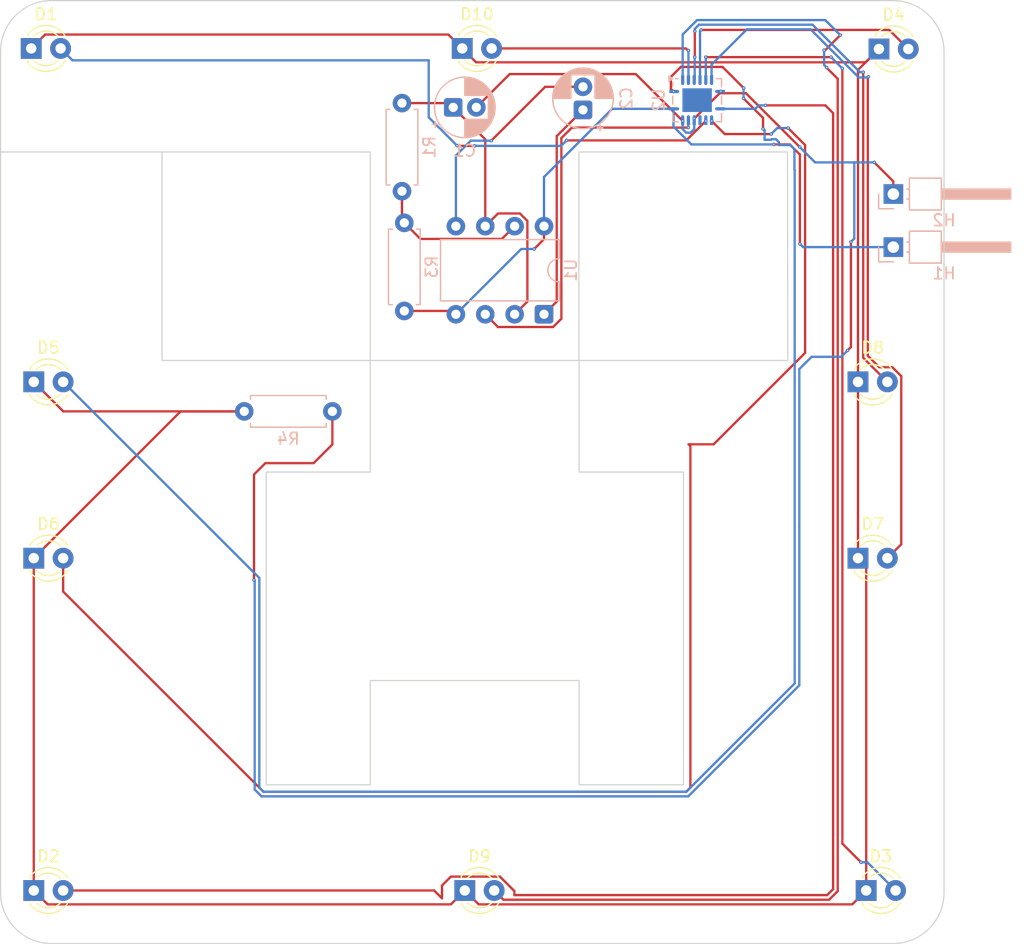
<source format=kicad_pcb>
(kicad_pcb (version 20241229) (generator "pcbnew") (generator_version "9.0")
  (layers (0 "F.Cu" signal) (2 "B.Cu" signal) (13 "F.Paste" user) (15 "B.Paste" user) (5 "F.SilkS" user "F.Silkscreen") (7 "B.SilkS" user "B.Silkscreen") (1 "F.Mask" user) (3 "B.Mask" user) (25 "Edge.Cuts" user))
  (net 0 "")
  (net 1 "/TR")
  (net 2 "GND")
  (net 3 "Net-(U1-GND)")
  (net 4 "Net-(U1-CV)")
  (net 5 "Net-(D1-K)")
  (net 6 "Net-(D1-A)")
  (net 7 "Net-(D2-A)")
  (net 8 "Net-(D3-A)")
  (net 9 "Net-(D4-A)")
  (net 10 "Net-(D5-A)")
  (net 11 "Net-(D6-A)")
  (net 12 "Net-(D7-A)")
  (net 13 "Net-(D8-A)")
  (net 14 "Net-(D9-A)")
  (net 15 "Net-(D10-A)")
  (net 16 "+5V")
  (net 17 "Net-(U1-DIS)")
  (net 18 "/OUT")
  (footprint "LED_THT:LED_D3.0mm" (layer "F.Cu") (at 184.53 28.9)
    (property "Reference" "D10" (at 1.27 -2.96 0) (layer "F.SilkS"))
    (property "Value" "LED")
    (pad "1" thru_hole rect (at 0 0) (size 1.8 1.8) (drill 0.9) (layers "*.Cu" "*.Mask") (net 5 "Net-(D1-K)"))
    (pad "2" thru_hole circle (at 2.54 0) (size 1.8 1.8) (drill 0.9) (layers "*.Cu" "*.Mask") (net 15 "Net-(D10-A)"))
  )
  (footprint "LED_THT:LED_D3.0mm" (layer "F.Cu") (at 219.46 101.75)
    (property "Reference" "D3" (at 1.27 -2.96 0) (layer "F.SilkS"))
    (property "Value" "LED")
    (pad "1" thru_hole rect (at 0 0) (size 1.8 1.8) (drill 0.9) (layers "*.Cu" "*.Mask") (net 5 "Net-(D1-K)"))
    (pad "2" thru_hole circle (at 2.54 0) (size 1.8 1.8) (drill 0.9) (layers "*.Cu" "*.Mask") (net 8 "Net-(D3-A)"))
  )
  (footprint "LED_THT:LED_D3.0mm" (layer "F.Cu") (at 147.48 73)
    (property "Reference" "D6" (at 1.27 -2.96 0) (layer "F.SilkS"))
    (property "Value" "LED")
    (pad "1" thru_hole rect (at 0 0) (size 1.8 1.8) (drill 0.9) (layers "*.Cu" "*.Mask") (net 5 "Net-(D1-K)"))
    (pad "2" thru_hole circle (at 2.54 0) (size 1.8 1.8) (drill 0.9) (layers "*.Cu" "*.Mask") (net 11 "Net-(D6-A)"))
  )
  (footprint "LED_THT:LED_D3.0mm" (layer "F.Cu") (at 147.48 101.75)
    (property "Reference" "D2" (at 1.27 -2.96 0) (layer "F.SilkS"))
    (property "Value" "LED")
    (pad "1" thru_hole rect (at 0 0) (size 1.8 1.8) (drill 0.9) (layers "*.Cu" "*.Mask") (net 5 "Net-(D1-K)"))
    (pad "2" thru_hole circle (at 2.54 0) (size 1.8 1.8) (drill 0.9) (layers "*.Cu" "*.Mask") (net 7 "Net-(D2-A)"))
  )
  (footprint "LED_THT:LED_D3.0mm" (layer "F.Cu") (at 147.26 28.9)
    (property "Reference" "D1" (at 1.27 -2.96 0) (layer "F.SilkS"))
    (property "Value" "LED")
    (pad "1" thru_hole rect (at 0 0) (size 1.8 1.8) (drill 0.9) (layers "*.Cu" "*.Mask") (net 5 "Net-(D1-K)"))
    (pad "2" thru_hole circle (at 2.54 0) (size 1.8 1.8) (drill 0.9) (layers "*.Cu" "*.Mask") (net 6 "Net-(D1-A)"))
  )
  (footprint "LED_THT:LED_D3.0mm" (layer "F.Cu") (at 220.56 28.95)
    (property "Reference" "D4" (at 1.27 -2.96 0) (layer "F.SilkS"))
    (property "Value" "LED")
    (pad "1" thru_hole rect (at 0 0) (size 1.8 1.8) (drill 0.9) (layers "*.Cu" "*.Mask") (net 5 "Net-(D1-K)"))
    (pad "2" thru_hole circle (at 2.54 0) (size 1.8 1.8) (drill 0.9) (layers "*.Cu" "*.Mask") (net 9 "Net-(D4-A)"))
  )
  (footprint "LED_THT:LED_D3.0mm" (layer "F.Cu") (at 218.75 57.75)
    (property "Reference" "D8" (at 1.27 -2.96 0) (layer "F.SilkS"))
    (property "Value" "LED")
    (pad "1" thru_hole rect (at 0 0) (size 1.8 1.8) (drill 0.9) (layers "*.Cu" "*.Mask") (net 5 "Net-(D1-K)"))
    (pad "2" thru_hole circle (at 2.54 0) (size 1.8 1.8) (drill 0.9) (layers "*.Cu" "*.Mask") (net 13 "Net-(D8-A)"))
  )
  (footprint "LED_THT:LED_D3.0mm" (layer "F.Cu") (at 147.48 57.75)
    (property "Reference" "D5" (at 1.27 -2.96 0) (layer "F.SilkS"))
    (property "Value" "LED")
    (pad "1" thru_hole rect (at 0 0) (size 1.8 1.8) (drill 0.9) (layers "*.Cu" "*.Mask") (net 5 "Net-(D1-K)"))
    (pad "2" thru_hole circle (at 2.54 0) (size 1.8 1.8) (drill 0.9) (layers "*.Cu" "*.Mask") (net 10 "Net-(D5-A)"))
  )
  (footprint "LED_THT:LED_D3.0mm" (layer "F.Cu") (at 184.75 101.75)
    (property "Reference" "D9" (at 1.27 -2.96 0) (layer "F.SilkS"))
    (property "Value" "LED")
    (pad "1" thru_hole rect (at 0 0) (size 1.8 1.8) (drill 0.9) (layers "*.Cu" "*.Mask") (net 5 "Net-(D1-K)"))
    (pad "2" thru_hole circle (at 2.54 0) (size 1.8 1.8) (drill 0.9) (layers "*.Cu" "*.Mask") (net 14 "Net-(D9-A)"))
  )
  (footprint "LED_THT:LED_D3.0mm" (layer "F.Cu") (at 218.75 73)
    (property "Reference" "D7" (at 1.27 -2.96 0) (layer "F.SilkS"))
    (property "Value" "LED")
    (pad "1" thru_hole rect (at 0 0) (size 1.8 1.8) (drill 0.9) (layers "*.Cu" "*.Mask") (net 5 "Net-(D1-K)"))
    (pad "2" thru_hole circle (at 2.54 0) (size 1.8 1.8) (drill 0.9) (layers "*.Cu" "*.Mask") (net 12 "Net-(D7-A)"))
  )
  (footprint "Resistor_THT:R_Axial_DIN0207_L6.3mm_D2.5mm_P7.62mm_Horizontal" (layer "B.Cu") (at 179.52 51.61 90)
    (property "Reference" "R3" (at 3.81 2.37 90) (layer "B.SilkS") (effects (justify mirror)))
    (property "Value" "1kOhm")
    (pad "1" thru_hole circle (at 0 0 90) (size 1.6 1.6) (drill 0.8) (layers "*.Cu" "*.Mask") (net 16 "+5V"))
    (pad "2" thru_hole circle (at 7.62 0 90) (size 1.6 1.6) (drill 0.8) (layers "*.Cu" "*.Mask") (net 17 "Net-(U1-DIS)"))
  )
  (footprint "Connector_PinHeader_2.54mm:PinHeader_1x01_P2.54mm_Horizontal" (layer "B.Cu") (at 221.804927 41.5)
    (property "Reference" "H2" (at 4.385 2.27 0) (layer "B.SilkS") (effects (justify mirror)))
    (property "Value" "MountingHole_Pad")
    (pad "1" thru_hole rect (at 0 0) (size 1.7 1.7) (drill 1) (layers "*.Cu" "*.Mask") (net 2 "GND"))
  )
  (footprint "Resistor_THT:R_Axial_DIN0207_L6.3mm_D2.5mm_P7.62mm_Horizontal" (layer "B.Cu") (at 179.32 41.25 90)
    (property "Reference" "R1" (at 3.81 2.37 90) (layer "B.SilkS") (effects (justify mirror)))
    (property "Value" "50kOhm")
    (pad "1" thru_hole circle (at 0 0 90) (size 1.6 1.6) (drill 0.8) (layers "*.Cu" "*.Mask") (net 17 "Net-(U1-DIS)"))
    (pad "2" thru_hole circle (at 7.62 0 90) (size 1.6 1.6) (drill 0.8) (layers "*.Cu" "*.Mask") (net 1 "/TR"))
  )
  (footprint "Capacitor_THT:CP_Radial_D5.0mm_P2.00mm" (layer "B.Cu") (at 183.75 34)
    (property "Reference" "C1" (at 1 3.75 0) (layer "B.SilkS") (effects (justify mirror)))
    (property "Value" "1 uF")
    (pad "1" thru_hole roundrect (at 0 0) (size 1.6 1.6) (drill 0.8) (layers "*.Cu" "*.Mask") (roundrect_rratio 0.15625) (net 1 "/TR"))
    (pad "2" thru_hole circle (at 2 0) (size 1.6 1.6) (drill 0.8) (layers "*.Cu" "*.Mask") (net 2 "GND"))
  )
  (footprint "Package_DIP:DIP-8_W7.62mm" (layer "B.Cu") (at 191.6 51.9 90)
    (property "Reference" "U1" (at 3.81 2.33 90) (layer "B.SilkS") (effects (justify mirror)))
    (property "Value" "NE555P")
    (pad "1" thru_hole roundrect (at 0 0 90) (size 1.6 1.6) (drill 0.8) (layers "*.Cu" "*.Mask") (roundrect_rratio 0.15625) (net 3 "Net-(U1-GND)"))
    (pad "2" thru_hole circle (at 0 -2.54 90) (size 1.6 1.6) (drill 0.8) (layers "*.Cu" "*.Mask") (net 1 "/TR"))
    (pad "3" thru_hole circle (at 0 -5.08 90) (size 1.6 1.6) (drill 0.8) (layers "*.Cu" "*.Mask") (net 18 "/OUT"))
    (pad "4" thru_hole circle (at 0 -7.62 90) (size 1.6 1.6) (drill 0.8) (layers "*.Cu" "*.Mask") (net 16 "+5V"))
    (pad "5" thru_hole circle (at 7.62 -7.62 90) (size 1.6 1.6) (drill 0.8) (layers "*.Cu" "*.Mask") (net 4 "Net-(U1-CV)"))
    (pad "6" thru_hole circle (at 7.62 -5.08 90) (size 1.6 1.6) (drill 0.8) (layers "*.Cu" "*.Mask") (net 1 "/TR"))
    (pad "7" thru_hole circle (at 7.62 -2.54 90) (size 1.6 1.6) (drill 0.8) (layers "*.Cu" "*.Mask") (net 17 "Net-(U1-DIS)"))
    (pad "8" thru_hole circle (at 7.62 0 90) (size 1.6 1.6) (drill 0.8) (layers "*.Cu" "*.Mask") (net 16 "+5V"))
  )
  (footprint "Resistor_THT:R_Axial_DIN0207_L6.3mm_D2.5mm_P7.62mm_Horizontal" (layer "B.Cu") (at 165.68 60.3)
    (property "Reference" "R4" (at 3.81 2.37 0) (layer "B.SilkS") (effects (justify mirror)))
    (property "Value" "470")
    (pad "1" thru_hole circle (at 0 0) (size 1.6 1.6) (drill 0.8) (layers "*.Cu" "*.Mask") (net 5 "Net-(D1-K)"))
    (pad "2" thru_hole circle (at 7.62 0) (size 1.6 1.6) (drill 0.8) (layers "*.Cu" "*.Mask") (net 2 "GND"))
  )
  (footprint "Package_DFN_QFN:Texas_RGY_R-PVQFN-N16_EP2.05x2.55mm" (layer "B.Cu") (at 204.84 33.375 -90)
    (property "Reference" "U2" (at 0 3.33 90) (layer "B.SilkS") (effects (justify mirror)))
    (property "Value" "4017")
    (pad "1" smd custom (at -0.75 2.045 270) (size 0.28 0.71) (layers "B.Cu" "B.Mask" "B.Paste") (net 10 "Net-(D5-A)") (options (clearance outline) (anchor rect)) (primitives (gr_circle (center 0 -0.355) (end 0.14 -0.355) (width 0) (fill yes))))
    (pad "2" smd custom (at -1.795 1.25 270) (size 0.71 0.28) (layers "B.Cu" "B.Mask" "B.Paste") (net 14 "Net-(D9-A)") (options (clearance outline) (anchor rect)) (primitives (gr_circle (center 0.355 0) (end 0.495 0) (width 0) (fill yes))))
    (pad "3" smd custom (at -1.795 0.75 270) (size 0.71 0.28) (layers "B.Cu" "B.Mask" "B.Paste") (net 15 "Net-(D10-A)") (options (clearance outline) (anchor rect)) (primitives (gr_circle (center 0.355 0) (end 0.495 0) (width 0) (fill yes))))
    (pad "4" smd custom (at -1.795 0.25 270) (size 0.71 0.28) (layers "B.Cu" "B.Mask" "B.Paste") (net 13 "Net-(D8-A)") (options (clearance outline) (anchor rect)) (primitives (gr_circle (center 0.355 0) (end 0.495 0) (width 0) (fill yes))))
    (pad "5" smd custom (at -1.795 -0.25 270) (size 0.71 0.28) (layers "B.Cu" "B.Mask" "B.Paste") (net 9 "Net-(D4-A)") (options (clearance outline) (anchor rect)) (primitives (gr_circle (center 0.355 0) (end 0.495 0) (width 0) (fill yes))))
    (pad "6" smd custom (at -1.795 -0.75 270) (size 0.71 0.28) (layers "B.Cu" "B.Mask" "B.Paste") (net 8 "Net-(D3-A)") (options (clearance outline) (anchor rect)) (primitives (gr_circle (center 0.355 0) (end 0.495 0) (width 0) (fill yes))))
    (pad "7" smd custom (at -1.795 -1.25 270) (size 0.71 0.28) (layers "B.Cu" "B.Mask" "B.Paste") (net 12 "Net-(D7-A)") (options (clearance outline) (anchor rect)) (primitives (gr_circle (center 0.355 0) (end 0.495 0) (width 0) (fill yes))))
    (pad "8" smd custom (at -0.75 -2.045 270) (size 0.28 0.71) (layers "B.Cu" "B.Mask" "B.Paste") (net 2 "GND") (options (clearance outline) (anchor rect)) (primitives (gr_circle (center 0 0.355) (end 0.14 0.355) (width 0) (fill yes))))
    (pad "9" smd custom (at 0.75 -2.045 270) (size 0.28 0.71) (layers "B.Cu" "B.Mask" "B.Paste") (net 7 "Net-(D2-A)") (options (clearance outline) (anchor rect)) (primitives (gr_circle (center 0 0.355) (end 0.14 0.355) (width 0) (fill yes))))
    (pad "10" smd custom (at 1.795 -1.25 270) (size 0.71 0.28) (layers "B.Cu" "B.Mask" "B.Paste") (net 11 "Net-(D6-A)") (options (clearance outline) (anchor rect)) (primitives (gr_circle (center -0.355 0) (end -0.215 0) (width 0) (fill yes))))
    (pad "11" smd custom (at 1.795 -0.75 270) (size 0.71 0.28) (layers "B.Cu" "B.Mask" "B.Paste") (net 6 "Net-(D1-A)") (options (clearance outline) (anchor rect)) (primitives (gr_circle (center -0.355 0) (end -0.215 0) (width 0) (fill yes))))
    (pad "12" smd custom (at 1.795 -0.25 270) (size 0.71 0.28) (layers "B.Cu" "B.Mask" "B.Paste") (options (clearance outline) (anchor rect)) (primitives (gr_circle (center -0.355 0) (end -0.215 0) (width 0) (fill yes))))
    (pad "13" smd custom (at 1.795 0.25 270) (size 0.71 0.28) (layers "B.Cu" "B.Mask" "B.Paste") (net 2 "GND") (options (clearance outline) (anchor rect)) (primitives (gr_circle (center -0.355 0) (end -0.215 0) (width 0) (fill yes))))
    (pad "14" smd custom (at 1.795 0.75 270) (size 0.71 0.28) (layers "B.Cu" "B.Mask" "B.Paste") (net 18 "/OUT") (options (clearance outline) (anchor rect)) (primitives (gr_circle (center -0.355 0) (end -0.215 0) (width 0) (fill yes))))
    (pad "15" smd custom (at 1.795 1.25 270) (size 0.71 0.28) (layers "B.Cu" "B.Mask" "B.Paste") (net 2 "GND") (options (clearance outline) (anchor rect)) (primitives (gr_circle (center -0.355 0) (end -0.215 0) (width 0) (fill yes))))
    (pad "16" smd custom (at 0.75 2.045 270) (size 0.28 0.71) (layers "B.Cu" "B.Mask" "B.Paste") (net 16 "+5V") (options (clearance outline) (anchor rect)) (primitives (gr_circle (center 0 -0.355) (end 0.14 -0.355) (width 0) (fill yes))))
    (pad "17" smd rect (at 0 0 270) (size 2.05 2.55) (layers "B.Cu" "B.Mask"))
  )
  (footprint "Capacitor_THT:CP_Radial_D5.0mm_P2.00mm" (layer "B.Cu") (at 194.97 34.22 90)
    (property "Reference" "C2" (at 1 3.75 90) (layer "B.SilkS") (effects (justify mirror)))
    (property "Value" "0.01uF")
    (pad "1" thru_hole roundrect (at 0 0 90) (size 1.6 1.6) (drill 0.8) (layers "*.Cu" "*.Mask") (roundrect_rratio 0.15625) (net 3 "Net-(U1-GND)"))
    (pad "2" thru_hole circle (at 2 0 90) (size 1.6 1.6) (drill 0.8) (layers "*.Cu" "*.Mask") (net 4 "Net-(U1-CV)"))
  )
  (footprint "Connector_PinHeader_2.54mm:PinHeader_1x01_P2.54mm_Horizontal" (layer "B.Cu") (at 221.804927 46.09)
    (property "Reference" "H1" (at 4.385 2.27 0) (layer "B.SilkS") (effects (justify mirror)))
    (property "Value" "MountingHole_Pad")
    (pad "1" thru_hole rect (at 0 0) (size 1.7 1.7) (drill 1) (layers "*.Cu" "*.Mask") (net 16 "+5V"))
  )
  (gr_poly (pts (xy 221.998871 24.765492) (xy 222.216053 24.781651) (xy 222.431389 24.808399) (xy 222.644519 24.845587) (xy 222.855079 24.893065) (xy 223.06271 24.950684) (xy 223.26705 25.018293) (xy 223.467737 25.095743) (xy 223.664409 25.182884) (xy 223.856706 25.279566) (xy 224.044266 25.385641) (xy 224.226727 25.500957) (xy 224.403727 25.625366) (xy 224.574906 25.758718) (xy 224.739903 25.900862) (xy 224.898354 26.05165) (xy 225.049141 26.210102) (xy 225.191285 26.375099) (xy 225.324636 26.546278) (xy 225.449045 26.723279) (xy 225.564361 26.90574) (xy 225.670435 27.093299) (xy 225.767117 27.285595) (xy 225.854258 27.482267) (xy 225.931708 27.682954) (xy 225.999317 27.887293) (xy 226.056935 28.094923) (xy 226.104413 28.305483) (xy 226.141601 28.518612) (xy 226.168349 28.733948) (xy 226.184507 28.951129) (xy 226.189927 29.169795) (xy 226.189927 101.930205) (xy 226.184507 102.148871) (xy 226.168349 102.366053) (xy 226.141601 102.581389) (xy 226.104413 102.794519) (xy 226.056935 103.005079) (xy 225.999317 103.21271) (xy 225.931708 103.41705) (xy 225.854258 103.617737) (xy 225.767117 103.814409) (xy 225.670435 104.006706) (xy 225.564361 104.194266) (xy 225.449045 104.376727) (xy 225.324636 104.553727) (xy 225.191285 104.724906) (xy 225.049141 104.889903) (xy 224.898354 105.048354) (xy 224.739903 105.199141) (xy 224.574906 105.341285) (xy 224.403727 105.474636) (xy 224.226727 105.599045) (xy 224.044266 105.714361) (xy 223.856706 105.820435) (xy 223.664409 105.917117) (xy 223.467737 106.004258) (xy 223.26705 106.081708) (xy 223.06271 106.149317) (xy 222.855079 106.206935) (xy 222.644519 106.254413) (xy 222.431389 106.291601) (xy 222.216053 106.318349) (xy 221.998871 106.334507) (xy 221.780205 106.339927) (xy 149.019795 106.339927) (xy 148.801129 106.334507) (xy 148.583948 106.318349) (xy 148.368612 106.291601) (xy 148.155483 106.254413) (xy 147.944923 106.206935) (xy 147.737293 106.149317) (xy 147.532954 106.081708) (xy 147.332267 106.004258) (xy 147.135595 105.917117) (xy 146.943299 105.820435) (xy 146.75574 105.714361) (xy 146.573279 105.599045) (xy 146.396278 105.474636) (xy 146.225099 105.341285) (xy 146.060102 105.199141) (xy 145.90165 105.048354) (xy 145.750862 104.889903) (xy 145.608718 104.724906) (xy 145.475366 104.553727) (xy 145.350957 104.376727) (xy 145.235641 104.194266) (xy 145.129566 104.006706) (xy 145.032884 103.814409) (xy 144.945743 103.617737) (xy 144.868293 103.41705) (xy 144.800684 103.21271) (xy 144.743065 103.005079) (xy 144.695587 102.794519) (xy 144.658399 102.581389) (xy 144.631651 102.366053) (xy 144.615492 102.148871) (xy 144.610073 101.930205) (xy 144.610073 55.892711) (xy 158.566842 55.892711) (xy 176.580556 55.892711) (xy 176.580556 65.550002) (xy 167.584725 65.550002) (xy 167.584725 92.603644) (xy 176.580556 92.603644) (xy 176.580556 83.585761) (xy 194.638367 83.585761) (xy 194.638367 92.603644) (xy 203.656243 92.603644) (xy 203.656243 65.550002) (xy 194.638367 65.550002) (xy 194.638367 55.892711) (xy 212.674126 55.892711) (xy 212.652085 37.856946) (xy 194.616318 37.856946) (xy 194.616318 55.892707) (xy 176.580556 55.892707) (xy 176.580556 37.856946) (xy 158.566842 37.856946) (xy 158.566842 55.892711) (xy 144.610073 55.892711) (xy 144.610073 29.169795) (xy 144.615492 28.951129) (xy 144.631651 28.733948) (xy 144.658399 28.518612) (xy 144.695587 28.305483) (xy 144.743065 28.094923) (xy 144.800684 27.887293) (xy 144.868293 27.682954) (xy 144.945743 27.482267) (xy 145.032884 27.285595) (xy 145.129566 27.093299) (xy 145.235641 26.90574) (xy 145.350957 26.723279) (xy 145.475366 26.546278) (xy 145.608718 26.375099) (xy 145.750862 26.210102) (xy 145.90165 26.05165) (xy 146.060102 25.900862) (xy 146.225099 25.758718) (xy 146.396278 25.625366) (xy 146.573279 25.500957) (xy 146.75574 25.385641) (xy 146.943299 25.279566) (xy 147.135595 25.182884) (xy 147.332267 25.095743) (xy 147.532954 25.018293) (xy 147.737293 24.950684) (xy 147.944923 24.893065) (xy 148.155483 24.845587) (xy 148.368612 24.808399) (xy 148.583948 24.781651) (xy 148.801129 24.765492) (xy 149.019795 24.760073) (xy 221.780205 24.760073)) (fill no) (layer "Edge.Cuts"))
  (segment (start 189.06 51.9) (end 190.161 50.799) (width 0.2) (layer "F.Cu") (net 1))
  (segment (start 179.32 33.63) (end 183.38 33.63) (width 0.2) (layer "F.Cu") (net 1))
  (segment (start 189.51605 43.179) (end 187.621 43.179) (width 0.2) (layer "F.Cu") (net 1))
  (segment (start 187.621 43.179) (end 186.52 44.28) (width 0.2) (layer "F.Cu") (net 1))
  (segment (start 190.161 43.82395) (end 189.51605 43.179) (width 0.2) (layer "F.Cu") (net 1))
  (segment (start 183.38 33.63) (end 183.75 34) (width 0.2) (layer "F.Cu") (net 1))
  (segment (start 186.52 44.28) (end 186.52 36.77) (width 0.2) (layer "F.Cu") (net 1))
  (segment (start 190.161 50.799) (end 190.161 43.82395) (width 0.2) (layer "F.Cu") (net 1))
  (segment (start 186.52 36.77) (end 183.75 34) (width 0.2) (layer "F.Cu") (net 1))
  (segment (start 199.539 31.119) (end 203.59 35.17) (width 0.2) (layer "F.Cu") (net 2))
  (segment (start 166.523576 74.889974) (end 166.523576 65.761209) (width 0.2) (layer "F.Cu") (net 2))
  (segment (start 221.804927 41.5) (end 221.804927 40.404927) (width 0.2) (layer "F.Cu") (net 2))
  (segment (start 221.804927 40.404927) (end 220.16 38.76) (width 0.2) (layer "F.Cu") (net 2))
  (segment (start 185.75 34) (end 188.631 31.119) (width 0.2) (layer "F.Cu") (net 2))
  (segment (start 167.504785 64.78) (end 171.68 64.78) (width 0.2) (layer "F.Cu") (net 2))
  (segment (start 209.05659 32.775) (end 206.785 32.775) (width 0.2) (layer "F.Cu") (net 2))
  (segment (start 204.608023 34.948023) (end 204.596977 34.948023) (width 0.2) (layer "F.Cu") (net 2))
  (segment (start 204.596977 34.948023) (end 204.595 34.95) (width 0.2) (layer "F.Cu") (net 2))
  (segment (start 206.89 32.67) (end 206.785 32.775) (width 0.2) (layer "F.Cu") (net 2))
  (segment (start 166.523576 65.761209) (end 167.504785 64.78) (width 0.2) (layer "F.Cu") (net 2))
  (segment (start 204.61 34.95) (end 204.608023 34.948023) (width 0.2) (layer "F.Cu") (net 2))
  (segment (start 218.14 54.738251) (end 217.848251 55.03) (width 0.2) (layer "F.Cu") (net 2))
  (segment (start 213.710795 37.429205) (end 209.05659 32.775) (width 0.2) (layer "F.Cu") (net 2))
  (segment (start 218.14 45.64) (end 218.14 54.738251) (width 0.2) (layer "F.Cu") (net 2))
  (segment (start 206.785 32.775) (end 204.61 34.95) (width 0.2) (layer "F.Cu") (net 2))
  (segment (start 173.3 63.16) (end 173.3 60.3) (width 0.2) (layer "F.Cu") (net 2))
  (segment (start 206.89 32.61) (end 206.89 32.67) (width 0.2) (layer "F.Cu") (net 2))
  (segment (start 171.68 64.78) (end 173.3 63.16) (width 0.2) (layer "F.Cu") (net 2))
  (segment (start 188.631 31.119) (end 199.539 31.119) (width 0.2) (layer "F.Cu") (net 2))
  (via micro (at 203.59 35.17) (size 0.3) (drill 0.1) (layers "F.Cu" "B.Cu") (net 2))
  (via micro (at 218.14 45.64) (size 0.3) (drill 0.1) (layers "F.Cu" "B.Cu") (net 2))
  (via micro (at 166.523576 74.889974) (size 0.3) (drill 0.1) (layers "F.Cu" "B.Cu") (net 2))
  (via micro (at 213.710795 37.429205) (size 0.3) (drill 0.1) (layers "F.Cu" "B.Cu") (net 2))
  (via micro (at 204.595 34.95) (size 0.3) (drill 0.1) (layers "F.Cu" "B.Cu") (net 2))
  (via micro (at 220.16 38.76) (size 0.3) (drill 0.1) (layers "F.Cu" "B.Cu") (net 2))
  (via micro (at 206.89 32.61) (size 0.3) (drill 0.1) (layers "F.Cu" "B.Cu") (net 2))
  (via micro (at 217.848251 55.03) (size 0.3) (drill 0.1) (layers "F.Cu" "B.Cu") (net 2))
  (segment (start 204.071285 93.605644) (end 167.169683 93.605644) (width 0.2) (layer "B.Cu") (net 2))
  (segment (start 215.04159 38.76) (end 213.710795 37.429205) (width 0.2) (layer "B.Cu") (net 2))
  (segment (start 203.59 35.887811) (end 203.893189 36.191) (width 0.2) (layer "B.Cu") (net 2))
  (segment (start 203.59 35.17) (end 203.59 35.887811) (width 0.2) (layer "B.Cu") (net 2))
  (segment (start 217.848251 55.03) (end 217.298251 55.58) (width 0.2) (layer "B.Cu") (net 2))
  (segment (start 204.59 35.867811) (end 204.59 35.17) (width 0.2) (layer "B.Cu") (net 2))
  (segment (start 166.582725 93.018686) (end 166.582725 74.949123) (width 0.2) (layer "B.Cu") (net 2))
  (segment (start 167.169683 93.605644) (end 166.582725 93.018686) (width 0.2) (layer "B.Cu") (net 2))
  (segment (start 206.885 32.625) (end 206.885 32.615) (width 0.2) (layer "B.Cu") (net 2))
  (segment (start 218.43 38.76) (end 215.04159 38.76) (width 0.2) (layer "B.Cu") (net 2))
  (segment (start 213.675822 56.644178) (end 213.675822 70.31) (width 0.2) (layer "B.Cu") (net 2))
  (segment (start 213.675822 70.31) (end 213.675822 84.001107) (width 0.2) (layer "B.Cu") (net 2))
  (segment (start 214.74 55.58) (end 213.675822 56.644178) (width 0.2) (layer "B.Cu") (net 2))
  (segment (start 206.885 32.615) (end 206.89 32.61) (width 0.2) (layer "B.Cu") (net 2))
  (segment (start 220.16 38.76) (end 218.43 38.76) (width 0.2) (layer "B.Cu") (net 2))
  (segment (start 204.266811 36.191) (end 204.59 35.867811) (width 0.2) (layer "B.Cu") (net 2))
  (segment (start 166.582725 74.949123) (end 166.523576 74.889974) (width 0.2) (layer "B.Cu") (net 2))
  (segment (start 217.298251 55.58) (end 214.74 55.58) (width 0.2) (layer "B.Cu") (net 2))
  (segment (start 213.675822 84.001107) (end 204.071285 93.605644) (width 0.2) (layer "B.Cu") (net 2))
  (segment (start 203.893189 36.191) (end 204.266811 36.191) (width 0.2) (layer "B.Cu") (net 2))
  (segment (start 218.43 45.35) (end 218.14 45.64) (width 0.2) (layer "B.Cu") (net 2))
  (segment (start 218.43 38.76) (end 218.43 45.35) (width 0.2) (layer "B.Cu") (net 2))
  (segment (start 194.97 34.22) (end 192.701 36.489) (width 0.2) (layer "F.Cu") (net 3))
  (segment (start 192.701 50.799) (end 191.6 51.9) (width 0.2) (layer "F.Cu") (net 3))
  (segment (start 192.701 36.489) (end 192.701 50.799) (width 0.2) (layer "F.Cu") (net 3))
  (segment (start 191.7 32.22) (end 187.04 36.88) (width 0.2) (layer "F.Cu") (net 4))
  (segment (start 194.97 32.22) (end 191.7 32.22) (width 0.2) (layer "F.Cu") (net 4))
  (via micro (at 187.04 36.88) (size 0.3) (drill 0.1) (layers "F.Cu" "B.Cu") (net 4))
  (segment (start 183.98 38.17) (end 183.98 44.28) (width 0.2) (layer "B.Cu") (net 4))
  (segment (start 185.27 36.88) (end 183.98 38.17) (width 0.2) (layer "B.Cu") (net 4))
  (segment (start 187.04 36.88) (end 185.27 36.88) (width 0.2) (layer "B.Cu") (net 4))
  (segment (start 218.75 57.75) (end 218.75 30.76) (width 0.2) (layer "F.Cu") (net 5))
  (segment (start 218.75 30.76) (end 220.56 28.95) (width 0.2) (layer "F.Cu") (net 5))
  (segment (start 184.53 28.9) (end 183.329 27.699) (width 0.2) (layer "F.Cu") (net 5))
  (segment (start 185.951 102.951) (end 218.259 102.951) (width 0.2) (layer "F.Cu") (net 5))
  (segment (start 148.461 27.699) (end 147.26 28.9) (width 0.2) (layer "F.Cu") (net 5))
  (segment (start 148.681 102.951) (end 147.48 101.75) (width 0.2) (layer "F.Cu") (net 5))
  (segment (start 184.75 101.75) (end 185.951 102.951) (width 0.2) (layer "F.Cu") (net 5))
  (segment (start 185.731 30.101) (end 184.53 28.9) (width 0.2) (layer "F.Cu") (net 5))
  (segment (start 219.409 30.101) (end 185.731 30.101) (width 0.2) (layer "F.Cu") (net 5))
  (segment (start 218.75 73) (end 218.75 57.75) (width 0.2) (layer "F.Cu") (net 5))
  (segment (start 147.48 73) (end 160.18 60.3) (width 0.2) (layer "F.Cu") (net 5))
  (segment (start 150.03 60.3) (end 165.68 60.3) (width 0.2) (layer "F.Cu") (net 5))
  (segment (start 183.549 102.951) (end 148.681 102.951) (width 0.2) (layer "F.Cu") (net 5))
  (segment (start 218.259 102.951) (end 219.46 101.75) (width 0.2) (layer "F.Cu") (net 5))
  (segment (start 147.48 101.75) (end 147.48 73) (width 0.2) (layer "F.Cu") (net 5))
  (segment (start 147.48 57.75) (end 150.03 60.3) (width 0.2) (layer "F.Cu") (net 5))
  (segment (start 184.75 101.75) (end 183.549 102.951) (width 0.2) (layer "F.Cu") (net 5))
  (segment (start 219.46 73.71) (end 218.75 73) (width 0.2) (layer "F.Cu") (net 5))
  (segment (start 183.329 27.699) (end 148.461 27.699) (width 0.2) (layer "F.Cu") (net 5))
  (segment (start 220.56 28.95) (end 219.409 30.101) (width 0.2) (layer "F.Cu") (net 5))
  (segment (start 160.18 60.3) (end 165.68 60.3) (width 0.2) (layer "F.Cu") (net 5))
  (segment (start 219.46 101.75) (end 219.46 73.71) (width 0.2) (layer "F.Cu") (net 5))
  (segment (start 184.1 37.33) (end 184.08 37.31) (width 0.2) (layer "F.Cu") (net 6))
  (segment (start 205.59 35.17) (end 203.902813 36.857187) (width 0.2) (layer "F.Cu") (net 6))
  (segment (start 203.902813 36.857187) (end 193.552 36.857187) (width 0.2) (layer "F.Cu") (net 6))
  (segment (start 185.594144 37.33) (end 184.1 37.33) (width 0.2) (layer "F.Cu") (net 6))
  (via micro (at 185.594144 37.33) (size 0.3) (drill 0.1) (layers "F.Cu" "B.Cu") (net 6))
  (via micro (at 184.08 37.31) (size 0.3) (drill 0.1) (layers "F.Cu" "B.Cu") (net 6))
  (via micro (at 205.59 35.17) (size 0.3) (drill 0.1) (layers "F.Cu" "B.Cu") (net 6))
  (via micro (at 193.552 36.857187) (size 0.3) (drill 0.1) (layers "F.Cu" "B.Cu") (net 6))
  (segment (start 193.079187 37.33) (end 185.594144 37.33) (width 0.2) (layer "B.Cu") (net 6))
  (segment (start 184.08 37.31) (end 181.63 34.86) (width 0.2) (layer "B.Cu") (net 6))
  (segment (start 181.63 29.93) (end 150.83 29.93) (width 0.2) (layer "B.Cu") (net 6))
  (segment (start 181.63 34.86) (end 181.63 29.93) (width 0.2) (layer "B.Cu") (net 6))
  (segment (start 193.552 36.857187) (end 193.079187 37.33) (width 0.2) (layer "B.Cu") (net 6))
  (segment (start 150.83 29.93) (end 149.8 28.9) (width 0.2) (layer "B.Cu") (net 6))
  (segment (start 216.596251 96.88) (end 216.596251 34.74) (width 0.2) (layer "F.Cu") (net 7))
  (segment (start 150.02 101.75) (end 182.1 101.75) (width 0.2) (layer "F.Cu") (net 7))
  (segment (start 216.596251 34.74) (end 216.596251 34.496251) (width 0.2) (layer "F.Cu") (net 7))
  (segment (start 182.78 102.43) (end 182.78 101.318) (width 0.2) (layer "F.Cu") (net 7))
  (segment (start 182.1 101.75) (end 182.78 102.43) (width 0.2) (layer "F.Cu") (net 7))
  (segment (start 189.04 101.801529) (end 189.04 102.149) (width 0.2) (layer "F.Cu") (net 7))
  (segment (start 182.78 101.318) (end 183.549 100.549) (width 0.2) (layer "F.Cu") (net 7))
  (segment (start 189.04 102.149) (end 216.0839 102.149) (width 0.2) (layer "F.Cu") (net 7))
  (segment (start 215.926006 33.826006) (end 210.743994 33.826006) (width 0.2) (layer "F.Cu") (net 7))
  (segment (start 215.97 33.87) (end 215.926006 33.826006) (width 0.2) (layer "F.Cu") (net 7))
  (segment (start 216.596251 34.496251) (end 215.97 33.87) (width 0.2) (layer "F.Cu") (net 7))
  (segment (start 187.787471 100.549) (end 189.04 101.801529) (width 0.2) (layer "F.Cu") (net 7))
  (segment (start 216.0839 102.149) (end 216.596251 101.636649) (width 0.2) (layer "F.Cu") (net 7))
  (segment (start 216.596251 101.636649) (end 216.596251 96.88) (width 0.2) (layer "F.Cu") (net 7))
  (segment (start 183.549 100.549) (end 187.787471 100.549) (width 0.2) (layer "F.Cu") (net 7))
  (via micro (at 210.743994 33.826006) (size 0.3) (drill 0.1) (layers "F.Cu" "B.Cu") (net 7))
  (segment (start 210.743994 33.826006) (end 210.163994 33.826006) (width 0.2) (layer "B.Cu") (net 7))
  (segment (start 209.865 34.125) (end 206.885 34.125) (width 0.2) (layer "B.Cu") (net 7))
  (segment (start 210.163994 33.826006) (end 209.865 34.125) (width 0.2) (layer "B.Cu") (net 7))
  (segment (start 217.398251 30.631749) (end 217.398251 97.698251) (width 0.2) (layer "F.Cu") (net 8))
  (segment (start 217.398251 97.698251) (end 219.01 99.31) (width 0.2) (layer "F.Cu") (net 8))
  (segment (start 205.59 29.651) (end 216.417505 29.651) (width 0.2) (layer "F.Cu") (net 8))
  (via micro (at 217.398251 30.631749) (size 0.3) (drill 0.1) (layers "F.Cu" "B.Cu") (net 8))
  (via micro (at 219.01 99.31) (size 0.3) (drill 0.1) (layers "F.Cu" "B.Cu") (net 8))
  (via micro (at 216.417505 29.651) (size 0.3) (drill 0.1) (layers "F.Cu" "B.Cu") (net 8))
  (via micro (at 205.59 29.651) (size 0.3) (drill 0.1) (layers "F.Cu" "B.Cu") (net 8))
  (segment (start 219.01 99.31) (end 219.56 99.31) (width 0.2) (layer "B.Cu") (net 8))
  (segment (start 219.56 99.31) (end 222 101.75) (width 0.2) (layer "B.Cu") (net 8))
  (segment (start 216.417505 29.651003) (end 217.398251 30.631749) (width 0.2) (layer "B.Cu") (net 8))
  (segment (start 216.417505 29.651) (end 216.417505 29.651003) (width 0.2) (layer "B.Cu") (net 8))
  (segment (start 205.59 31.58) (end 205.59 29.651) (width 0.2) (layer "B.Cu") (net 8))
  (segment (start 221.448 27.298) (end 205.19 27.298) (width 0.2) (layer "F.Cu") (net 9))
  (segment (start 223.1 28.95) (end 221.448 27.298) (width 0.2) (layer "F.Cu") (net 9))
  (via micro (at 205.19 27.298) (size 0.3) (drill 0.1) (layers "F.Cu" "B.Cu") (net 9))
  (segment (start 205.09 27.398) (end 205.09 31.58) (width 0.2) (layer "B.Cu") (net 9))
  (segment (start 205.19 27.298) (end 205.09 27.398) (width 0.2) (layer "B.Cu") (net 9))
  (segment (start 208.863223 32.325) (end 207.040223 30.502) (width 0.2) (layer "F.Cu") (net 10))
  (segment (start 210.54 34.909159) (end 208.855841 33.225) (width 0.2) (layer "F.Cu") (net 10))
  (segment (start 210.54 35.857546) (end 210.54 34.909159) (width 0.2) (layer "F.Cu") (net 10))
  (segment (start 203.43 30.502) (end 202.57 31.362) (width 0.2) (layer "F.Cu") (net 10))
  (segment (start 207.040223 30.502) (end 203.43 30.502) (width 0.2) (layer "F.Cu") (net 10))
  (segment (start 202.57 31.362) (end 202.57 32.4) (width 0.2) (layer "F.Cu") (net 10))
  (segment (start 202.57 32.4) (end 202.795 32.625) (width 0.2) (layer "F.Cu") (net 10))
  (via micro (at 208.855841 33.225) (size 0.3) (drill 0.1) (layers "F.Cu" "B.Cu") (net 10))
  (via micro (at 202.795 32.625) (size 0.3) (drill 0.1) (layers "F.Cu" "B.Cu") (net 10))
  (via micro (at 208.863223 32.325) (size 0.3) (drill 0.1) (layers "F.Cu" "B.Cu") (net 10))
  (via micro (at 210.54 35.857546) (size 0.3) (drill 0.1) (layers "F.Cu" "B.Cu") (net 10))
  (segment (start 203.905185 93.204644) (end 167.335783 93.204644) (width 0.2) (layer "B.Cu") (net 10))
  (segment (start 213.076537 37.431456) (end 213.252781 37.60727) (width 0.2) (layer "B.Cu") (net 10))
  (segment (start 212.901027 37.255946) (end 213.076537 37.431456) (width 0.2) (layer "B.Cu") (net 10))
  (segment (start 166.983725 92.852586) (end 166.983725 74.713725) (width 0.2) (layer "B.Cu") (net 10))
  (segment (start 213.274822 55.643465) (end 213.275126 55.643769) (width 0.2) (layer "B.Cu") (net 10))
  (segment (start 213.274822 56.141957) (end 213.274822 83.835007) (width 0.2) (layer "B.Cu") (net 10))
  (segment (start 213.275126 56.141653) (end 213.274822 56.141957) (width 0.2) (layer "B.Cu") (net 10))
  (segment (start 213.254953 39.384953) (end 213.274822 39.404822) (width 0.2) (layer "B.Cu") (net 10))
  (segment (start 210.675946 36.805946) (end 211.233189 36.805946) (width 0.2) (layer "B.Cu") (net 10))
  (segment (start 208.855841 32.332382) (end 208.863223 32.325) (width 0.2) (layer "B.Cu") (net 10))
  (segment (start 213.252781 37.60727) (end 213.252782 37.607701) (width 0.2) (layer "B.Cu") (net 10))
  (segment (start 210.675946 35.993492) (end 210.54 35.857546) (width 0.2) (layer "B.Cu") (net 10))
  (segment (start 213.253085 37.608004) (end 213.253085 37.856033) (width 0.2) (layer "B.Cu") (net 10))
  (segment (start 213.275126 56.141224) (end 213.275126 56.141653) (width 0.2) (layer "B.Cu") (net 10))
  (segment (start 213.252782 37.607701) (end 213.253085 37.608004) (width 0.2) (layer "B.Cu") (net 10))
  (segment (start 213.27543 56.140919) (end 213.275126 56.141224) (width 0.2) (layer "B.Cu") (net 10))
  (segment (start 211.921 37.020135) (end 211.921 37.255946) (width 0.2) (layer "B.Cu") (net 10))
  (segment (start 211.656811 36.755946) (end 211.921 37.020135) (width 0.2) (layer "B.Cu") (net 10))
  (segment (start 210.675946 36.805946) (end 210.675946 35.993492) (width 0.2) (layer "B.Cu") (net 10))
  (segment (start 211.233189 36.805946) (end 211.283189 36.755946) (width 0.2) (layer "B.Cu") (net 10))
  (segment (start 211.921 37.255946) (end 212.651351 37.255946) (width 0.2) (layer "B.Cu") (net 10))
  (segment (start 212.900293 37.255642) (end 212.900598 37.255946) (width 0.2) (layer "B.Cu") (net 10))
  (segment (start 213.274822 39.404822) (end 213.274822 55.643465) (width 0.2) (layer "B.Cu") (net 10))
  (segment (start 212.651351 37.255946) (end 212.900293 37.255642) (width 0.2) (layer "B.Cu") (net 10))
  (segment (start 213.253085 37.856033) (end 213.254953 39.384953) (width 0.2) (layer "B.Cu") (net 10))
  (segment (start 213.274822 83.835007) (end 203.905185 93.204644) (width 0.2) (layer "B.Cu") (net 10))
  (segment (start 166.983725 74.713725) (end 150.02 57.75) (width 0.2) (layer "B.Cu") (net 10))
  (segment (start 208.855841 33.225) (end 208.855841 32.332382) (width 0.2) (layer "B.Cu") (net 10))
  (segment (start 212.900598 37.255946) (end 212.901027 37.255946) (width 0.2) (layer "B.Cu") (net 10))
  (segment (start 211.283189 36.755946) (end 211.656811 36.755946) (width 0.2) (layer "B.Cu") (net 10))
  (segment (start 167.335783 93.204644) (end 166.983725 92.852586) (width 0.2) (layer "B.Cu") (net 10))
  (segment (start 213.275126 55.892156) (end 213.27543 56.140919) (width 0.2) (layer "B.Cu") (net 10))
  (segment (start 213.275126 55.643769) (end 213.275126 55.892156) (width 0.2) (layer "B.Cu") (net 10))
  (segment (start 150.02 73) (end 150.02 75.888861) (width 0.2) (layer "F.Cu") (net 11))
  (segment (start 203.905185 93.204644) (end 204.257243 92.852586) (width 0.2) (layer "F.Cu") (net 11))
  (segment (start 204.257243 92.852586) (end 204.257243 63.307243) (width 0.2) (layer "F.Cu") (net 11))
  (segment (start 204.1 63.15) (end 206.266349 63.15) (width 0.2) (layer "F.Cu") (net 11))
  (segment (start 211.245266 36.307546) (end 207.227546 36.307546) (width 0.2) (layer "F.Cu") (net 11))
  (segment (start 150.02 75.888861) (end 167.335783 93.204644) (width 0.2) (layer "F.Cu") (net 11))
  (segment (start 206.266349 63.15) (end 214.175822 55.240527) (width 0.2) (layer "F.Cu") (net 11))
  (segment (start 167.335783 93.204644) (end 203.905185 93.204644) (width 0.2) (layer "F.Cu") (net 11))
  (segment (start 214.175822 37.257834) (end 212.708994 35.791006) (width 0.2) (layer "F.Cu") (net 11))
  (segment (start 204.257243 63.307243) (end 204.1 63.15) (width 0.2) (layer "F.Cu") (net 11))
  (segment (start 207.227546 36.307546) (end 206.09 35.17) (width 0.2) (layer "F.Cu") (net 11))
  (segment (start 214.175822 55.240527) (end 214.175822 37.257834) (width 0.2) (layer "F.Cu") (net 11))
  (via micro (at 211.245266 36.307546) (size 0.3) (drill 0.1) (layers "F.Cu" "B.Cu") (net 11))
  (via micro (at 206.09 35.17) (size 0.3) (drill 0.1) (layers "F.Cu" "B.Cu") (net 11))
  (via micro (at 212.708994 35.791006) (size 0.3) (drill 0.1) (layers "F.Cu" "B.Cu") (net 11))
  (segment (start 212.708994 35.791006) (end 211.761806 35.791006) (width 0.2) (layer "B.Cu") (net 11))
  (segment (start 211.761806 35.791006) (end 211.245266 36.307546) (width 0.2) (layer "B.Cu") (net 11))
  (segment (start 219.601 31.399) (end 219.65 31.35) (width 0.2) (layer "F.Cu") (net 12))
  (segment (start 219.601 55.4939) (end 219.601 54.27) (width 0.2) (layer "F.Cu") (net 12))
  (segment (start 222.491 71.799) (end 222.491 57.252529) (width 0.2) (layer "F.Cu") (net 12))
  (segment (start 221.29 73) (end 222.491 71.799) (width 0.2) (layer "F.Cu") (net 12))
  (segment (start 220.58855 56.48145) (end 219.601 55.4939) (width 0.2) (layer "F.Cu") (net 12))
  (segment (start 221.719921 56.48145) (end 220.58855 56.48145) (width 0.2) (layer "F.Cu") (net 12))
  (segment (start 222.491 57.252529) (end 221.719921 56.48145) (width 0.2) (layer "F.Cu") (net 12))
  (segment (start 219.601 54.27) (end 219.601 31.399) (width 0.2) (layer "F.Cu") (net 12))
  (via micro (at 219.65 31.35) (size 0.3) (drill 0.1) (layers "F.Cu" "B.Cu") (net 12))
  (segment (start 218.814649 31.411749) (end 214.6509 27.248) (width 0.2) (layer "B.Cu") (net 12))
  (segment (start 206.09 30.298) (end 206.09 31.58) (width 0.2) (layer "B.Cu") (net 12))
  (segment (start 209.14 27.248) (end 206.09 30.298) (width 0.2) (layer "B.Cu") (net 12))
  (segment (start 219.588251 31.411749) (end 218.814649 31.411749) (width 0.2) (layer "B.Cu") (net 12))
  (segment (start 214.6509 27.248) (end 209.14 27.248) (width 0.2) (layer "B.Cu") (net 12))
  (segment (start 219.65 31.35) (end 219.588251 31.411749) (width 0.2) (layer "B.Cu") (net 12))
  (segment (start 204.64 27.411494) (end 204.64 29.641) (width 0.2) (layer "F.Cu") (net 13))
  (segment (start 221.29 57.75) (end 219.2 55.66) (width 0.2) (layer "F.Cu") (net 13))
  (segment (start 219.2 55.66) (end 219.2 30.960749) (width 0.2) (layer "F.Cu") (net 13))
  (segment (start 204.64 29.641) (end 204.63 29.651) (width 0.2) (layer "F.Cu") (net 13))
  (via micro (at 219.2 30.960749) (size 0.3) (drill 0.1) (layers "F.Cu" "B.Cu") (net 13))
  (via micro (at 204.63 29.651) (size 0.3) (drill 0.1) (layers "F.Cu" "B.Cu") (net 13))
  (via micro (at 204.64 27.411494) (size 0.3) (drill 0.1) (layers "F.Cu" "B.Cu") (net 13))
  (segment (start 204.63 29.651) (end 204.63 31.54) (width 0.2) (layer "B.Cu") (net 13))
  (segment (start 205.003189 26.847) (end 204.64 27.210189) (width 0.2) (layer "B.Cu") (net 13))
  (segment (start 218.930749 30.960749) (end 218.33 30.36) (width 0.2) (layer "B.Cu") (net 13))
  (segment (start 204.63 31.54) (end 204.59 31.58) (width 0.2) (layer "B.Cu") (net 13))
  (segment (start 204.64 27.210189) (end 204.64 27.411494) (width 0.2) (layer "B.Cu") (net 13))
  (segment (start 218.33 30.36) (end 214.817 26.847) (width 0.2) (layer "B.Cu") (net 13))
  (segment (start 219.2 30.960749) (end 218.930749 30.960749) (width 0.2) (layer "B.Cu") (net 13))
  (segment (start 214.817 26.847) (end 205.003189 26.847) (width 0.2) (layer "B.Cu") (net 13))
  (segment (start 188.09 102.55) (end 216.25 102.55) (width 0.2) (layer "F.Cu") (net 14))
  (segment (start 216.997251 101.802749) (end 216.997251 31.53) (width 0.2) (layer "F.Cu") (net 14))
  (segment (start 215.823251 29.056749) (end 215.911251 29.056749) (width 0.2) (layer "F.Cu") (net 14))
  (segment (start 216.04 30.572749) (end 216.04 30.551) (width 0.2) (layer "F.Cu") (net 14))
  (segment (start 216.997251 31.53) (end 216.04 30.572749) (width 0.2) (layer "F.Cu") (net 14))
  (segment (start 216.25 102.55) (end 216.997251 101.802749) (width 0.2) (layer "F.Cu") (net 14))
  (segment (start 187.29 101.75) (end 188.09 102.55) (width 0.2) (layer "F.Cu") (net 14))
  (segment (start 215.911251 29.056749) (end 217.22 27.748) (width 0.2) (layer "F.Cu") (net 14))
  (via micro (at 216.04 30.551) (size 0.3) (drill 0.1) (layers "F.Cu" "B.Cu") (net 14))
  (via micro (at 217.22 27.748) (size 0.3) (drill 0.1) (layers "F.Cu" "B.Cu") (net 14))
  (via micro (at 215.823251 29.056749) (size 0.3) (drill 0.1) (layers "F.Cu" "B.Cu") (net 14))
  (segment (start 204.837089 26.446) (end 203.59 27.693089) (width 0.2) (layer "B.Cu") (net 14))
  (segment (start 216.04 30.551) (end 215.823251 30.334251) (width 0.2) (layer "B.Cu") (net 14))
  (segment (start 217.22 27.748) (end 215.918 26.446) (width 0.2) (layer "B.Cu") (net 14))
  (segment (start 203.59 27.693089) (end 203.59 31.58) (width 0.2) (layer "B.Cu") (net 14))
  (segment (start 215.823251 30.334251) (end 215.823251 29.056749) (width 0.2) (layer "B.Cu") (net 14))
  (segment (start 215.918 26.446) (end 204.837089 26.446) (width 0.2) (layer "B.Cu") (net 14))
  (segment (start 203.86 28.9) (end 187.07 28.9) (width 0.2) (layer "F.Cu") (net 15))
  (segment (start 204.09 29.08) (end 204.04 29.08) (width 0.2) (layer "F.Cu") (net 15))
  (segment (start 204.04 29.08) (end 203.86 28.9) (width 0.2) (layer "F.Cu") (net 15))
  (via micro (at 204.09 29.08) (size 0.3) (drill 0.1) (layers "F.Cu" "B.Cu") (net 15))
  (segment (start 204.09 31.58) (end 204.09 29.08) (width 0.2) (layer "B.Cu") (net 15))
  (segment (start 213.724822 38.07963) (end 213.724822 45.809839) (width 0.2) (layer "F.Cu") (net 16))
  (segment (start 211.47 37.206946) (end 212.852138 37.206946) (width 0.2) (layer "F.Cu") (net 16))
  (segment (start 179.52 51.61) (end 183.69 51.61) (width 0.2) (layer "F.Cu") (net 16))
  (segment (start 212.852138 37.206946) (end 213.724822 38.07963) (width 0.2) (layer "F.Cu") (net 16))
  (segment (start 191.6 45.4) (end 190.75 46.25) (width 0.2) (layer "F.Cu") (net 16))
  (segment (start 191.6 44.28) (end 191.6 45.4) (width 0.2) (layer "F.Cu") (net 16))
  (segment (start 183.69 51.61) (end 183.98 51.9) (width 0.2) (layer "F.Cu") (net 16))
  (via micro (at 211.47 37.206946) (size 0.3) (drill 0.1) (layers "F.Cu" "B.Cu") (net 16))
  (via micro (at 190.75 46.25) (size 0.3) (drill 0.1) (layers "F.Cu" "B.Cu") (net 16))
  (via micro (at 213.724822 45.809839) (size 0.3) (drill 0.1) (layers "F.Cu" "B.Cu") (net 16))
  (segment (start 213.724822 45.809839) (end 214.004983 46.09) (width 0.2) (layer "B.Cu") (net 16))
  (segment (start 214.004983 46.09) (end 221.804927 46.09) (width 0.2) (layer "B.Cu") (net 16))
  (segment (start 191.6 40.023322) (end 191.6 44.28) (width 0.2) (layer "B.Cu") (net 16))
  (segment (start 202.795 35.659911) (end 204.342035 37.206946) (width 0.2) (layer "B.Cu") (net 16))
  (segment (start 189.63 46.25) (end 183.98 51.9) (width 0.2) (layer "B.Cu") (net 16))
  (segment (start 202.795 34.125) (end 202.795 35.659911) (width 0.2) (layer "B.Cu") (net 16))
  (segment (start 202.795 34.125) (end 197.498322 34.125) (width 0.2) (layer "B.Cu") (net 16))
  (segment (start 197.498322 34.125) (end 191.6 40.023322) (width 0.2) (layer "B.Cu") (net 16))
  (segment (start 190.75 46.25) (end 189.63 46.25) (width 0.2) (layer "B.Cu") (net 16))
  (segment (start 204.342035 37.206946) (end 211.47 37.206946) (width 0.2) (layer "B.Cu") (net 16))
  (segment (start 179.52 43.99) (end 180.911 45.381) (width 0.2) (layer "F.Cu") (net 17))
  (segment (start 180.911 45.381) (end 187.959 45.381) (width 0.2) (layer "F.Cu") (net 17))
  (segment (start 179.32 41.25) (end 179.32 43.79) (width 0.2) (layer "F.Cu") (net 17))
  (segment (start 179.32 43.79) (end 179.52 43.99) (width 0.2) (layer "F.Cu") (net 17))
  (segment (start 187.959 45.381) (end 189.06 44.28) (width 0.2) (layer "F.Cu") (net 17))
  (segment (start 193.102 36.78) (end 193.102 36.6551) (width 0.2) (layer "F.Cu") (net 18))
  (segment (start 187.621 53.001) (end 192.38516 53.001) (width 0.2) (layer "F.Cu") (net 18))
  (segment (start 186.52 51.9) (end 187.621 53.001) (width 0.2) (layer "F.Cu") (net 18))
  (segment (start 193.102 48.82) (end 193.102 36.78) (width 0.2) (layer "F.Cu") (net 18))
  (segment (start 192.38516 53.001) (end 193.102 52.28416) (width 0.2) (layer "F.Cu") (net 18))
  (segment (start 203.93 35.75) (end 204.07 35.75) (width 0.2) (layer "F.Cu") (net 18))
  (segment (start 193.102 36.6551) (end 193.84355 35.91355) (width 0.2) (layer "F.Cu") (net 18))
  (segment (start 193.84355 35.91355) (end 194.0071 35.75) (width 0.2) (layer "F.Cu") (net 18))
  (segment (start 194.0071 35.75) (end 203.93 35.75) (width 0.2) (layer "F.Cu") (net 18))
  (segment (start 204.07 35.75) (end 204.08 35.74) (width 0.2) (layer "F.Cu") (net 18))
  (segment (start 193.102 52.28416) (end 193.102 48.82) (width 0.2) (layer "F.Cu") (net 18))
  (via micro (at 204.08 35.74) (size 0.3) (drill 0.1) (layers "F.Cu" "B.Cu") (net 18))
  (segment (start 204.08 35.74) (end 204.08 35.18) (width 0.2) (layer "B.Cu") (net 18))
  (segment (start 204.08 35.18) (end 204.09 35.17) (width 0.2) (layer "B.Cu") (net 18))
)
</source>
